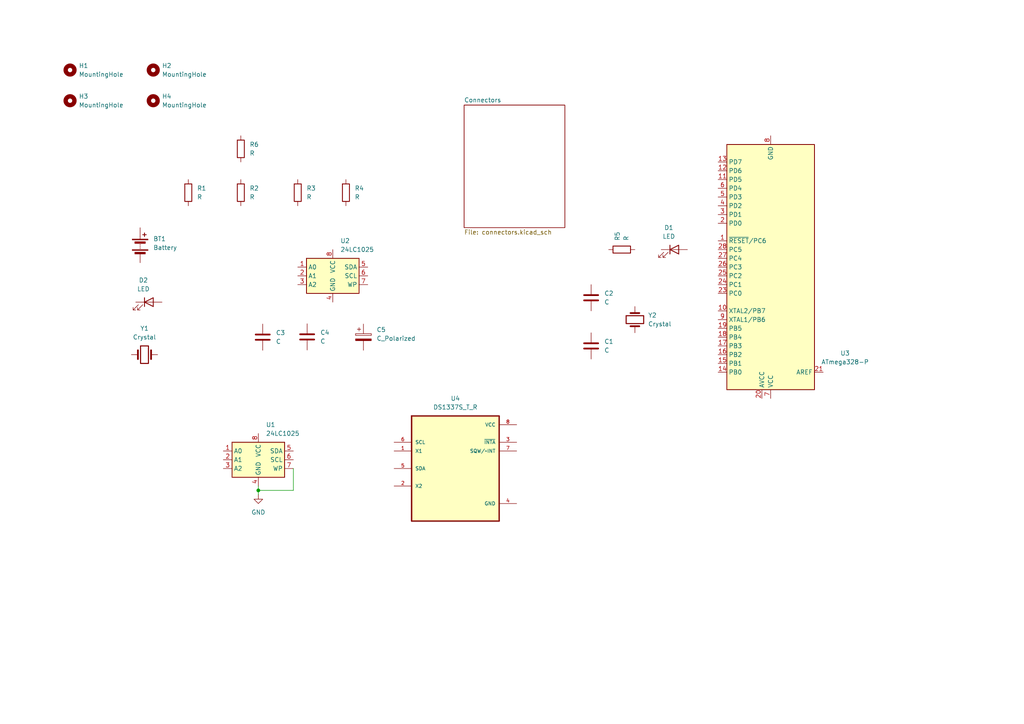
<source format=kicad_sch>
(kicad_sch (version 20231120) (generator "eeschema") (generator_version "8.0")
  (paper "A4")
  (lib_symbols
    (symbol "DS1337S_T_R:DS1337S_T_R" (pin_names (offset 1.016))
      (property "Reference" "U" (at -12.7 16.24 0))
      (property "Value" "DS1337S_T_R" (at -12.7 -19.24 0))
      (symbol "DS1337S_T_R_0_0"
        (rectangle (start -12.7 -15.24) (end 12.7 15.24) (stroke (width 0.41)) (fill (type background)))
        (pin input line (at -17.78 5.08 0) (length 5.08) (name "X1") (number "1"))
        (pin bidirectional line (at -17.78 -5.08 0) (length 5.08) (name "X2") (number "2"))
        (pin output line (at 17.78 7.62 180) (length 5.08) (name "~{INTA}") (number "3"))
        (pin power_in line (at 17.78 -10.16 180) (length 5.08) (name "GND") (number "4"))
        (pin bidirectional line (at -17.78 0 0) (length 5.08) (name "SDA") (number "5"))
        (pin input line (at -17.78 7.62 0) (length 5.08) (name "SCL") (number "6"))
        (pin output line (at 17.78 5.08 180) (length 5.08) (name "SQW/~INT") (number "7"))
        (pin power_in line (at 17.78 12.7 180) (length 5.08) (name "VCC") (number "8"))
      )
    )
    (symbol "Device:Battery" (pin_numbers hide) (pin_names (offset 0) hide)
      (property "Reference" "BT" (at 2.54 2.54 0))
      (property "Value" "Battery" (at 2.54 0 0))
      (symbol "Battery_0_1"
        (rectangle (start -2.286 -1.27) (end 2.286 -1.524) (fill (type outline)))
        (rectangle (start -2.286 1.778) (end 2.286 1.524) (fill (type outline)))
        (rectangle (start -1.524 -2.032) (end 1.524 -2.54) (fill (type outline)))
        (rectangle (start -1.524 1.016) (end 1.524 0.508) (fill (type outline)))
        (polyline (pts (xy 0 -1.016) (xy 0 -0.762)))
        (polyline (pts (xy 0 -0.508) (xy 0 -0.254)))
        (polyline (pts (xy 0 0) (xy 0 0.254)))
        (polyline (pts (xy 0 1.778) (xy 0 2.54)))
        (polyline (pts (xy 0.762 3.048) (xy 1.778 3.048)) (stroke (width 0.254)))
        (polyline (pts (xy 1.27 3.556) (xy 1.27 2.54)) (stroke (width 0.254)))
      )
      (symbol "Battery_1_1"
        (pin passive line (at 0 5.08 270) (length 2.54) (name "+") (number "1"))
        (pin passive line (at 0 -5.08 90) (length 2.54) (name "-") (number "2"))
      )
    )
    (symbol "Device:C" (pin_numbers hide) (pin_names (offset 0.254))
      (property "Reference" "C" (at 0.635 2.54 0))
      (property "Value" "C" (at 0.635 -2.54 0))
      (symbol "C_0_1"
        (polyline (pts (xy -2.032 -0.762) (xy 2.032 -0.762)) (stroke (width 0.508)))
        (polyline (pts (xy -2.032 0.762) (xy 2.032 0.762)) (stroke (width 0.508)))
      )
      (symbol "C_1_1"
        (pin passive line (at 0 3.81 270) (length 2.794) (name "~") (number "1"))
        (pin passive line (at 0 -3.81 90) (length 2.794) (name "~") (number "2"))
      )
    )
    (symbol "Device:C_Polarized" (pin_numbers hide) (pin_names (offset 0.254))
      (property "Reference" "C" (at 0.635 2.54 0))
      (property "Value" "C_Polarized" (at 0.635 -2.54 0))
      (symbol "C_Polarized_0_1"
        (rectangle (start -2.286 0.508) (end 2.286 1.016))
        (polyline (pts (xy -1.778 2.286) (xy -0.762 2.286)))
        (polyline (pts (xy -1.27 2.794) (xy -1.27 1.778)))
        (rectangle (start 2.286 -0.508) (end -2.286 -1.016) (fill (type outline)))
      )
      (symbol "C_Polarized_1_1"
        (pin passive line (at 0 3.81 270) (length 2.794) (name "~") (number "1"))
        (pin passive line (at 0 -3.81 90) (length 2.794) (name "~") (number "2"))
      )
    )
    (symbol "Device:Crystal" (pin_numbers hide) (pin_names (offset 1.016) hide)
      (property "Reference" "Y" (at 0 3.81 0))
      (property "Value" "Crystal" (at 0 -3.81 0))
      (symbol "Crystal_0_1"
        (rectangle (start -1.143 2.54) (end 1.143 -2.54) (stroke (width 0.3048)))
        (polyline (pts (xy -2.54 0) (xy -1.905 0)))
        (polyline (pts (xy -1.905 -1.27) (xy -1.905 1.27)) (stroke (width 0.508)))
        (polyline (pts (xy 1.905 -1.27) (xy 1.905 1.27)) (stroke (width 0.508)))
        (polyline (pts (xy 2.54 0) (xy 1.905 0)))
      )
      (symbol "Crystal_1_1"
        (pin passive line (at -3.81 0 0) (length 1.27) (name "1") (number "1"))
        (pin passive line (at 3.81 0 180) (length 1.27) (name "2") (number "2"))
      )
    )
    (symbol "Device:LED" (pin_numbers hide) (pin_names (offset 1.016) hide)
      (property "Reference" "D" (at 0 2.54 0))
      (property "Value" "LED" (at 0 -2.54 0))
      (symbol "LED_0_1"
        (polyline (pts (xy -1.27 -1.27) (xy -1.27 1.27)) (stroke (width 0.254)))
        (polyline (pts (xy -1.27 0) (xy 1.27 0)))
        (polyline (pts (xy 1.27 -1.27) (xy 1.27 1.27) (xy -1.27 0) (xy 1.27 -1.27)) (stroke (width 0.254)))
        (polyline (pts (xy -3.048 -0.762) (xy -4.572 -2.286) (xy -3.81 -2.286) (xy -4.572 -2.286) (xy -4.572 -1.524)))
        (polyline (pts (xy -1.778 -0.762) (xy -3.302 -2.286) (xy -2.54 -2.286) (xy -3.302 -2.286) (xy -3.302 -1.524)))
      )
      (symbol "LED_1_1"
        (pin passive line (at -3.81 0 0) (length 2.54) (name "K") (number "1"))
        (pin passive line (at 3.81 0 180) (length 2.54) (name "A") (number "2"))
      )
    )
    (symbol "Device:R" (pin_numbers hide) (pin_names (offset 0))
      (property "Reference" "R" (at 2.032 0 90))
      (property "Value" "R" (at 0 0 90))
      (symbol "R_0_1"
        (rectangle (start -1.016 -2.54) (end 1.016 2.54) (stroke (width 0.254)))
      )
      (symbol "R_1_1"
        (pin passive line (at 0 3.81 270) (length 1.27) (name "~") (number "1"))
        (pin passive line (at 0 -3.81 90) (length 1.27) (name "~") (number "2"))
      )
    )
    (symbol "MCU_Microchip_ATmega:ATmega328-P"
      (property "Reference" "U" (at -12.7 36.83 0))
      (property "Value" "ATmega328-P" (at 2.54 -36.83 0))
      (symbol "ATmega328-P_0_1"
        (rectangle (start -12.7 -35.56) (end 12.7 35.56) (stroke (width 0.254)) (fill (type background)))
      )
      (symbol "ATmega328-P_1_1"
        (pin bidirectional line (at 15.24 -7.62 180) (length 2.54) (name "~{RESET}/PC6") (number "1"))
        (pin bidirectional line (at 15.24 12.7 180) (length 2.54) (name "XTAL2/PB7") (number "10"))
        (pin bidirectional line (at 15.24 -25.4 180) (length 2.54) (name "PD5") (number "11"))
        (pin bidirectional line (at 15.24 -27.94 180) (length 2.54) (name "PD6") (number "12"))
        (pin bidirectional line (at 15.24 -30.48 180) (length 2.54) (name "PD7") (number "13"))
        (pin bidirectional line (at 15.24 30.48 180) (length 2.54) (name "PB0") (number "14"))
        (pin bidirectional line (at 15.24 27.94 180) (length 2.54) (name "PB1") (number "15"))
        (pin bidirectional line (at 15.24 25.4 180) (length 2.54) (name "PB2") (number "16"))
        (pin bidirectional line (at 15.24 22.86 180) (length 2.54) (name "PB3") (number "17"))
        (pin bidirectional line (at 15.24 20.32 180) (length 2.54) (name "PB4") (number "18"))
        (pin bidirectional line (at 15.24 17.78 180) (length 2.54) (name "PB5") (number "19"))
        (pin bidirectional line (at 15.24 -12.7 180) (length 2.54) (name "PD0") (number "2"))
        (pin power_in line (at 2.54 38.1 270) (length 2.54) (name "AVCC") (number "20"))
        (pin passive line (at -15.24 30.48 0) (length 2.54) (name "AREF") (number "21"))
        (pin passive line (at 0 -38.1 90) (length 2.54) hide (name "GND") (number "22"))
        (pin bidirectional line (at 15.24 7.62 180) (length 2.54) (name "PC0") (number "23"))
        (pin bidirectional line (at 15.24 5.08 180) (length 2.54) (name "PC1") (number "24"))
        (pin bidirectional line (at 15.24 2.54 180) (length 2.54) (name "PC2") (number "25"))
        (pin bidirectional line (at 15.24 0 180) (length 2.54) (name "PC3") (number "26"))
        (pin bidirectional line (at 15.24 -2.54 180) (length 2.54) (name "PC4") (number "27"))
        (pin bidirectional line (at 15.24 -5.08 180) (length 2.54) (name "PC5") (number "28"))
        (pin bidirectional line (at 15.24 -15.24 180) (length 2.54) (name "PD1") (number "3"))
        (pin bidirectional line (at 15.24 -17.78 180) (length 2.54) (name "PD2") (number "4"))
        (pin bidirectional line (at 15.24 -20.32 180) (length 2.54) (name "PD3") (number "5"))
        (pin bidirectional line (at 15.24 -22.86 180) (length 2.54) (name "PD4") (number "6"))
        (pin power_in line (at 0 38.1 270) (length 2.54) (name "VCC") (number "7"))
        (pin power_in line (at 0 -38.1 90) (length 2.54) (name "GND") (number "8"))
        (pin bidirectional line (at 15.24 15.24 180) (length 2.54) (name "XTAL1/PB6") (number "9"))
      )
    )
    (symbol "Mechanical:MountingHole" (pin_names (offset 1.016)) (exclude_from_sim yes) (in_bom no)
      (property "Reference" "H" (at 0 5.08 0))
      (property "Value" "MountingHole" (at 0 3.175 0))
      (symbol "MountingHole_0_1"
        (circle (center 0 0) (radius 1.27) (stroke (width 1.27)))
      )
    )
    (symbol "Memory_EEPROM:24LC1025"
      (property "Reference" "U" (at -6.35 6.35 0))
      (property "Value" "24LC1025" (at 1.27 6.35 0))
      (symbol "24LC1025_1_1"
        (rectangle (start -7.62 5.08) (end 7.62 -5.08) (stroke (width 0.254)) (fill (type background)))
        (pin input line (at -10.16 2.54 0) (length 2.54) (name "A0") (number "1"))
        (pin input line (at -10.16 0 0) (length 2.54) (name "A1") (number "2"))
        (pin input line (at -10.16 -2.54 0) (length 2.54) (name "A2") (number "3"))
        (pin power_in line (at 0 -7.62 90) (length 2.54) (name "GND") (number "4"))
        (pin bidirectional line (at 10.16 2.54 180) (length 2.54) (name "SDA") (number "5"))
        (pin input line (at 10.16 0 180) (length 2.54) (name "SCL") (number "6"))
        (pin input line (at 10.16 -2.54 180) (length 2.54) (name "WP") (number "7"))
        (pin power_in line (at 0 7.62 270) (length 2.54) (name "VCC") (number "8"))
      )
    )
    (symbol "power:GND" (power) (pin_numbers hide) (pin_names (offset 0) hide)
      (property "Value" "GND" (at 0 -3.81 0))
      (symbol "GND_0_1"
        (polyline (pts (xy 0 0) (xy 0 -1.27) (xy 1.27 -1.27) (xy 0 -2.54) (xy -1.27 -1.27) (xy 0 -1.27)))
      )
      (symbol "GND_1_1"
        (pin power_in line (at 0 0 270) (length 0) (name "~") (number "1"))
      )
    )
  )
  (junction (at 74.93 142.24))
  (wire (pts (xy 85.09 142.24) (xy 74.93 142.24)))
  (wire (pts (xy 74.93 142.24) (xy 74.93 143.51)))
  (wire (pts (xy 74.93 140.97) (xy 74.93 142.24)))
  (wire (pts (xy 85.09 135.89) (xy 85.09 142.24)))
  (symbol (lib_id "Device:Crystal") (at 41.91 102.87 0) (unit 1)
    (property "Reference" "Y1" (at 41.91 95.25 0))
    (property "Value" "Crystal" (at 41.91 97.79 0))
    (property "Description" "Two pin crystal" (effects (hide yes)))
  )
  (symbol (lib_id "Device:LED") (at 195.58 72.39 0) (unit 1)
    (property "Reference" "D1" (at 193.9925 66.04 0))
    (property "Value" "LED" (at 193.9925 68.58 0))
    (property "Description" "Light emitting diode" (effects (hide yes)))
  )
  (symbol (lib_id "Device:R") (at 54.61 55.88 0) (unit 1)
    (property "Reference" "R1" (at 57.15 54.6099 0) (effects (justify left)))
    (property "Value" "R" (at 57.15 57.1499 0) (effects (justify left)))
    (property "Description" "Resistor" (effects (hide yes)))
  )
  (symbol (lib_id "Device:C") (at 171.45 100.33 0) (unit 1)
    (property "Reference" "C1" (at 175.26 99.0599 0) (effects (justify left)))
    (property "Value" "C" (at 175.26 101.5999 0) (effects (justify left)))
    (property "Description" "Unpolarized capacitor" (effects (hide yes)))
  )
  (symbol (lib_id "Memory_EEPROM:24LC1025") (at 74.93 133.35 0) (unit 1)
    (property "Reference" "U1" (at 77.1241 123.19 0) (effects (justify left)))
    (property "Value" "24LC1025" (at 77.1241 125.73 0) (effects (justify left)))
    (property "Datasheet" "http://ww1.microchip.com/downloads/en/DeviceDoc/21941B.pdf" (effects (hide yes)))
    (property "Description" "I2C Serial EEPROM, 1024Kb, DIP-8/SOIC-8/TSSOP-8/DFN-8" (effects (hide yes)))
  )
  (symbol (lib_id "Mechanical:MountingHole") (at 44.45 20.32 0) (unit 1) (exclude_from_sim yes) (in_bom no)
    (property "Reference" "H2" (at 46.99 19.0499 0) (effects (justify left)))
    (property "Value" "MountingHole" (at 46.99 21.5899 0) (effects (justify left)))
    (property "Description" "Mounting Hole without connection" (effects (hide yes)))
  )
  (symbol (lib_id "Device:LED") (at 43.18 87.63 0) (unit 1)
    (property "Reference" "D2" (at 41.5925 81.28 0))
    (property "Value" "LED" (at 41.5925 83.82 0))
    (property "Description" "Light emitting diode" (effects (hide yes)))
  )
  (symbol (lib_id "Device:C_Polarized") (at 105.41 97.79 0) (unit 1)
    (property "Reference" "C5" (at 109.22 95.6309 0) (effects (justify left)))
    (property "Value" "C_Polarized" (at 109.22 98.1709 0) (effects (justify left)))
    (property "Description" "Polarized capacitor" (effects (hide yes)))
  )
  (symbol (lib_id "Device:R") (at 180.34 72.39 90) (unit 1)
    (property "Reference" "R5" (at 179.0699 69.85 0) (effects (justify left)))
    (property "Value" "R" (at 181.6099 69.85 0) (effects (justify left)))
    (property "Description" "Resistor" (effects (hide yes)))
  )
  (symbol (lib_id "Device:C") (at 76.2 97.79 0) (unit 1)
    (property "Reference" "C3" (at 80.01 96.5199 0) (effects (justify left)))
    (property "Value" "C" (at 80.01 99.0599 0) (effects (justify left)))
    (property "Description" "Unpolarized capacitor" (effects (hide yes)))
  )
  (symbol (lib_id "Device:R") (at 69.85 43.18 0) (unit 1)
    (property "Reference" "R6" (at 72.39 41.9099 0) (effects (justify left)))
    (property "Value" "R" (at 72.39 44.4499 0) (effects (justify left)))
    (property "Description" "Resistor" (effects (hide yes)))
  )
  (symbol (lib_id "Device:Crystal") (at 184.15 92.71 90) (unit 1)
    (property "Reference" "Y2" (at 187.96 91.4399 90) (effects (justify right)))
    (property "Value" "Crystal" (at 187.96 93.9799 90) (effects (justify right)))
    (property "Description" "Two pin crystal" (effects (hide yes)))
  )
  (symbol (lib_id "Device:C") (at 89.0822 97.7167 0) (unit 1)
    (property "Reference" "C4" (at 92.8922 96.4466 0) (effects (justify left)))
    (property "Value" "C" (at 92.8922 98.9866 0) (effects (justify left)))
    (property "Description" "Unpolarized capacitor" (effects (hide yes)))
  )
  (symbol (lib_id "DS1337S_T_R:DS1337S_T_R") (at 132.08 135.89 0) (unit 1)
    (property "Reference" "U4" (at 132.08 115.57 0))
    (property "Value" "DS1337S_T_R" (at 132.08 118.11 0))
    (property "Footprint" "DS1337S_T_R:SOIC127P600X175-8N" (effects (hide yes)))
    (property "MF" "Analog Devices" (effects (hide yes)))
    (property "Description_1" "\nRTC Clock/Calendar I2C Interface SO8\n" (effects (hide yes)))
    (property "Package" "None" (effects (hide yes)))
    (property "Price" "None" (effects (hide yes)))
    (property "SnapEDA_Link" "https://www.snapeda.com/parts/DS%201337%20S+%20T&R/Analog+Devices/view-part/?ref=snap" (effects (hide yes)))
    (property "MP" "DS 1337 S+ T&amp;R" (effects (hide yes)))
    (property "Purchase-URL" "https://www.snapeda.com/api/url_track_click_mouser/?unipart_id=12560938&manufacturer=Analog Devices&part_name=DS 1337 S+ T&amp;R&search_term=ds 1337 s  t" (effects (hide yes)))
    (property "Availability" "Not in stock" (effects (hide yes)))
    (property "Check_prices" "https://www.snapeda.com/parts/DS%201337%20S+%20T&R/Analog+Devices/view-part/?ref=eda" (effects (hide yes)))
  )
  (symbol (lib_id "Device:R") (at 100.33 55.88 0) (unit 1)
    (property "Reference" "R4" (at 102.87 54.6099 0) (effects (justify left)))
    (property "Value" "R" (at 102.87 57.1499 0) (effects (justify left)))
    (property "Description" "Resistor" (effects (hide yes)))
  )
  (symbol (lib_id "Device:R") (at 86.36 55.88 0) (unit 1)
    (property "Reference" "R3" (at 88.9 54.6099 0) (effects (justify left)))
    (property "Value" "R" (at 88.9 57.1499 0) (effects (justify left)))
    (property "Description" "Resistor" (effects (hide yes)))
  )
  (symbol (lib_id "Device:C") (at 171.45 86.36 0) (unit 1)
    (property "Reference" "C2" (at 175.26 85.0899 0) (effects (justify left)))
    (property "Value" "C" (at 175.26 87.6299 0) (effects (justify left)))
    (property "Description" "Unpolarized capacitor" (effects (hide yes)))
  )
  (symbol (lib_id "Device:R") (at 69.85 55.88 0) (unit 1)
    (property "Reference" "R2" (at 72.39 54.6099 0) (effects (justify left)))
    (property "Value" "R" (at 72.39 57.1499 0) (effects (justify left)))
    (property "Description" "Resistor" (effects (hide yes)))
  )
  (symbol (lib_id "Memory_EEPROM:24LC1025") (at 96.52 80.01 0) (unit 1)
    (property "Reference" "U2" (at 98.7141 69.85 0) (effects (justify left)))
    (property "Value" "24LC1025" (at 98.7141 72.39 0) (effects (justify left)))
    (property "Datasheet" "http://ww1.microchip.com/downloads/en/DeviceDoc/21941B.pdf" (effects (hide yes)))
    (property "Description" "I2C Serial EEPROM, 1024Kb, DIP-8/SOIC-8/TSSOP-8/DFN-8" (effects (hide yes)))
  )
  (symbol (lib_id "Mechanical:MountingHole") (at 20.32 29.21 0) (unit 1) (exclude_from_sim yes) (in_bom no)
    (property "Reference" "H3" (at 22.86 27.9399 0) (effects (justify left)))
    (property "Value" "MountingHole" (at 22.86 30.4799 0) (effects (justify left)))
    (property "Description" "Mounting Hole without connection" (effects (hide yes)))
  )
  (symbol (lib_id "Mechanical:MountingHole") (at 44.45 29.21 0) (unit 1) (exclude_from_sim yes) (in_bom no)
    (property "Reference" "H4" (at 46.99 27.9399 0) (effects (justify left)))
    (property "Value" "MountingHole" (at 46.99 30.4799 0) (effects (justify left)))
    (property "Description" "Mounting Hole without connection" (effects (hide yes)))
  )
  (symbol (lib_id "Mechanical:MountingHole") (at 20.32 20.32 0) (unit 1) (exclude_from_sim yes) (in_bom no)
    (property "Reference" "H1" (at 22.86 19.0499 0) (effects (justify left)))
    (property "Value" "MountingHole" (at 22.86 21.5899 0) (effects (justify left)))
    (property "Description" "Mounting Hole without connection" (effects (hide yes)))
  )
  (symbol (lib_id "power:GND") (at 74.93 143.51 0) (unit 1)
    (property "Reference" "#PWR01" (effects (hide yes)))
    (property "Value" "GND" (at 74.93 148.59 0))
    (property "Description" "Power symbol creates a global label with name \"GND\" , ground" (effects (hide yes)))
  )
  (symbol (lib_id "MCU_Microchip_ATmega:ATmega328-P") (at 223.52 77.47 180) (unit 1)
    (property "Reference" "U3" (at 245.11 102.4538 0))
    (property "Value" "ATmega328-P" (at 245.11 104.9938 0))
    (property "Footprint" "Package_DIP:DIP-28_W7.62mm" (effects (hide yes)))
    (property "Datasheet" "http://ww1.microchip.com/downloads/en/DeviceDoc/ATmega328_P%20AVR%20MCU%20with%20picoPower%20Technology%20Data%20Sheet%2040001984A.pdf" (effects (hide yes)))
    (property "Description" "20MHz, 32kB Flash, 2kB SRAM, 1kB EEPROM, DIP-28" (effects (hide yes)))
  )
  (symbol (lib_id "Device:Battery") (at 40.64 71.12 0) (unit 1)
    (property "Reference" "BT1" (at 44.45 69.2784 0) (effects (justify left)))
    (property "Value" "Battery" (at 44.45 71.8184 0) (effects (justify left)))
    (property "Description" "Multiple-cell battery" (effects (hide yes)))
  )
  (sheet (at 134.62 30.48) (size 29.21 35.56) (stroke (width 0.1524))
    (property "Sheetname" "Connectors" (at 134.62 29.7684 0) (effects (justify left bottom)))
    (property "Sheetfile" "connectors.kicad_sch" (at 134.62 66.6246 0) (effects (justify left top)))
  )
)
</source>
